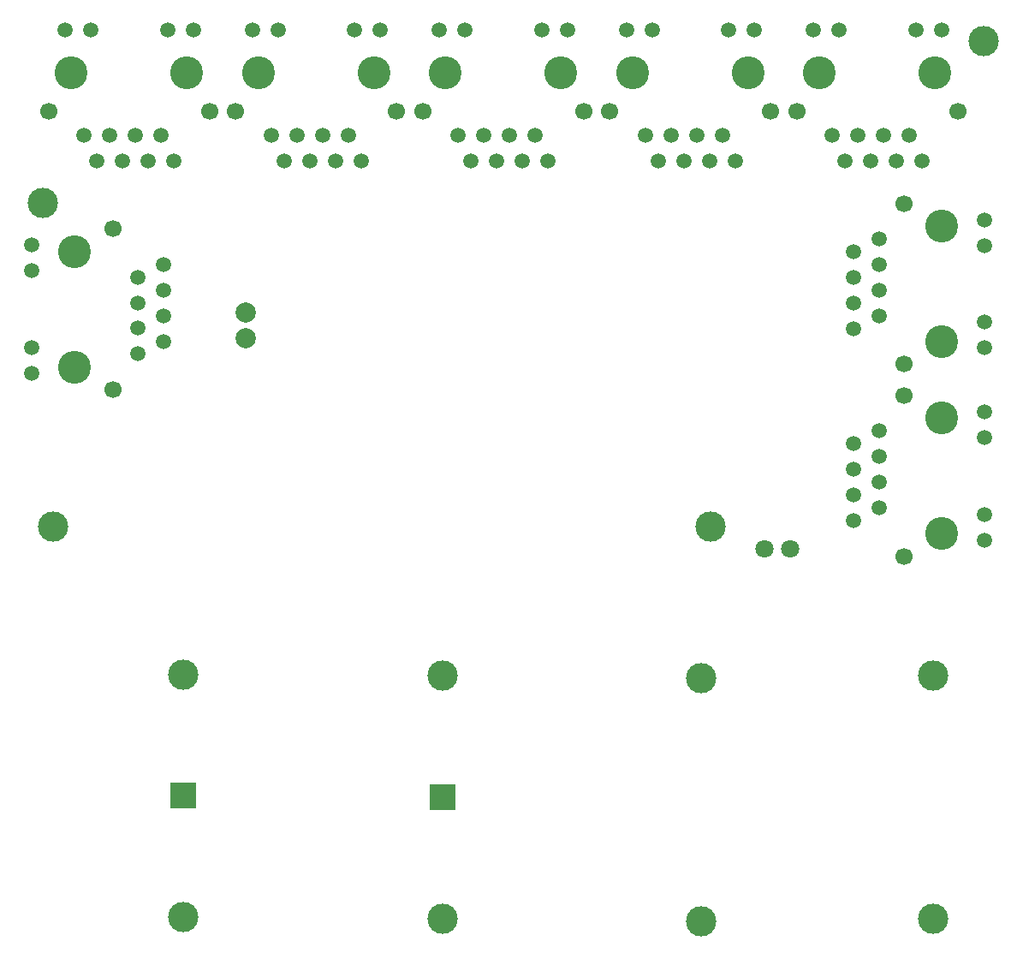
<source format=gbs>
G04 #@! TF.FileFunction,Soldermask,Bot*
%FSLAX46Y46*%
G04 Gerber Fmt 4.6, Leading zero omitted, Abs format (unit mm)*
G04 Created by KiCad (PCBNEW 4.0.6-e0-6349~53~ubuntu16.04.1) date Wed Aug 23 22:00:31 2017*
%MOMM*%
%LPD*%
G01*
G04 APERTURE LIST*
%ADD10C,0.150000*%
%ADD11C,3.000000*%
%ADD12C,2.000000*%
%ADD13C,1.800000*%
%ADD14R,2.499360X2.499360*%
%ADD15C,1.500000*%
%ADD16C,3.250000*%
%ADD17C,1.700000*%
G04 APERTURE END LIST*
D10*
D11*
X91000000Y-107000000D03*
X90000000Y-75000000D03*
X156000000Y-107000000D03*
X183000000Y-59000000D03*
D12*
X110000000Y-88350000D03*
X110000000Y-85850000D03*
D13*
X161340160Y-109200000D03*
X163880160Y-109200000D03*
D14*
X103875000Y-133625000D03*
D11*
X103875000Y-145625000D03*
X103875000Y-121625000D03*
X129500000Y-145750000D03*
X129500000Y-121750000D03*
D14*
X129500000Y-133750000D03*
D11*
X155050000Y-146000000D03*
X155050000Y-122000000D03*
X178000000Y-145750000D03*
X178000000Y-121750000D03*
D15*
X183110000Y-108325000D03*
X183110000Y-105785000D03*
X183110000Y-98215000D03*
X183110000Y-95675000D03*
X172650000Y-97560000D03*
X172650000Y-102630000D03*
X172650000Y-100100000D03*
X172650000Y-105170000D03*
X170110000Y-98820000D03*
X170110000Y-103900000D03*
X170110000Y-101360000D03*
D16*
X178867920Y-96285000D03*
X178867920Y-107715000D03*
D17*
X175100000Y-109950000D03*
X175100000Y-94050000D03*
D15*
X170110000Y-106440000D03*
X183110000Y-89325000D03*
X183110000Y-86785000D03*
X183110000Y-79215000D03*
X183110000Y-76675000D03*
X172650000Y-78560000D03*
X172650000Y-83630000D03*
X172650000Y-81100000D03*
X172650000Y-86170000D03*
X170110000Y-79820000D03*
X170110000Y-84900000D03*
X170110000Y-82360000D03*
D16*
X178867920Y-77285000D03*
X178867920Y-88715000D03*
D17*
X175100000Y-90950000D03*
X175100000Y-75050000D03*
D15*
X170110000Y-87440000D03*
X178825000Y-57890000D03*
X176285000Y-57890000D03*
X168715000Y-57890000D03*
X166175000Y-57890000D03*
X168060000Y-68350000D03*
X173130000Y-68350000D03*
X170600000Y-68350000D03*
X175670000Y-68350000D03*
X169320000Y-70890000D03*
X174400000Y-70890000D03*
X171860000Y-70890000D03*
D16*
X166785000Y-62132080D03*
X178215000Y-62132080D03*
D17*
X180450000Y-65900000D03*
X164550000Y-65900000D03*
D15*
X176940000Y-70890000D03*
X160325000Y-57890000D03*
X157785000Y-57890000D03*
X150215000Y-57890000D03*
X147675000Y-57890000D03*
X149560000Y-68350000D03*
X154630000Y-68350000D03*
X152100000Y-68350000D03*
X157170000Y-68350000D03*
X150820000Y-70890000D03*
X155900000Y-70890000D03*
X153360000Y-70890000D03*
D16*
X148285000Y-62132080D03*
X159715000Y-62132080D03*
D17*
X161950000Y-65900000D03*
X146050000Y-65900000D03*
D15*
X158440000Y-70890000D03*
X141825000Y-57890000D03*
X139285000Y-57890000D03*
X131715000Y-57890000D03*
X129175000Y-57890000D03*
X131060000Y-68350000D03*
X136130000Y-68350000D03*
X133600000Y-68350000D03*
X138670000Y-68350000D03*
X132320000Y-70890000D03*
X137400000Y-70890000D03*
X134860000Y-70890000D03*
D16*
X129785000Y-62132080D03*
X141215000Y-62132080D03*
D17*
X143450000Y-65900000D03*
X127550000Y-65900000D03*
D15*
X139940000Y-70890000D03*
X123325000Y-57890000D03*
X120785000Y-57890000D03*
X113215000Y-57890000D03*
X110675000Y-57890000D03*
X112560000Y-68350000D03*
X117630000Y-68350000D03*
X115100000Y-68350000D03*
X120170000Y-68350000D03*
X113820000Y-70890000D03*
X118900000Y-70890000D03*
X116360000Y-70890000D03*
D16*
X111285000Y-62132080D03*
X122715000Y-62132080D03*
D17*
X124950000Y-65900000D03*
X109050000Y-65900000D03*
D15*
X121440000Y-70890000D03*
X104825000Y-57890000D03*
X102285000Y-57890000D03*
X94715000Y-57890000D03*
X92175000Y-57890000D03*
X94060000Y-68350000D03*
X99130000Y-68350000D03*
X96600000Y-68350000D03*
X101670000Y-68350000D03*
X95320000Y-70890000D03*
X100400000Y-70890000D03*
X97860000Y-70890000D03*
D16*
X92785000Y-62132080D03*
X104215000Y-62132080D03*
D17*
X106450000Y-65900000D03*
X90550000Y-65900000D03*
D15*
X102940000Y-70890000D03*
X88890000Y-79175000D03*
X88890000Y-81715000D03*
X88890000Y-89285000D03*
X88890000Y-91825000D03*
X99350000Y-89940000D03*
X99350000Y-84870000D03*
X99350000Y-87400000D03*
X99350000Y-82330000D03*
X101890000Y-88680000D03*
X101890000Y-83600000D03*
X101890000Y-86140000D03*
D16*
X93132080Y-91215000D03*
X93132080Y-79785000D03*
D17*
X96900000Y-77550000D03*
X96900000Y-93450000D03*
D15*
X101890000Y-81060000D03*
M02*

</source>
